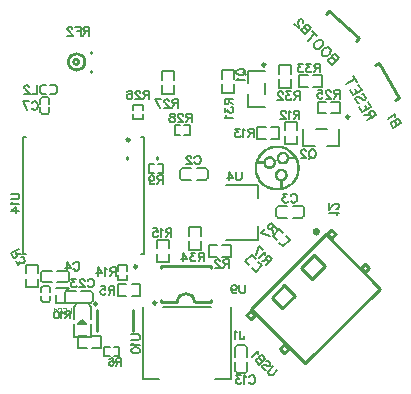
<source format=gbo>
G04 Layer: BottomSilkscreenLayer*
G04 EasyEDA v6.5.22, 2023-01-25 14:37:09*
G04 a2e63df7a23446a2ae1eb019cd18a306,9a4ed40c0dd746429eaf55b84663d2fb,10*
G04 Gerber Generator version 0.2*
G04 Scale: 100 percent, Rotated: No, Reflected: No *
G04 Dimensions in inches *
G04 leading zeros omitted , absolute positions ,3 integer and 6 decimal *
%FSLAX36Y36*%
%MOIN*%

%ADD10C,0.0060*%
%ADD11C,0.0050*%
%ADD12C,0.0039*%
%ADD13C,0.0100*%
%ADD14C,0.0079*%
%ADD15C,0.0059*%
%ADD16C,0.0098*%
%ADD17C,0.0189*%

%LPD*%
G36*
X340500Y343200D02*
G01*
X335400Y343060D01*
X330319Y342660D01*
X325420Y341980D01*
X320760Y341060D01*
X316460Y339880D01*
X314200Y339120D01*
X309760Y337340D01*
X305460Y335280D01*
X301280Y332920D01*
X297260Y330300D01*
X293420Y327420D01*
X289760Y324300D01*
X286280Y320959D01*
X283020Y317400D01*
X279980Y313660D01*
X277180Y309740D01*
X274620Y305640D01*
X272340Y301420D01*
X270340Y297040D01*
X268620Y292560D01*
X267220Y287980D01*
X266773Y286180D01*
X302100Y286180D01*
X302200Y288000D01*
X302540Y289820D01*
X303160Y291560D01*
X304000Y293220D01*
X305060Y294760D01*
X306360Y296140D01*
X307880Y297320D01*
X309580Y298280D01*
X311500Y298980D01*
X313460Y299360D01*
X315420Y299460D01*
X317360Y299260D01*
X319240Y298760D01*
X321060Y297980D01*
X322760Y296920D01*
X324300Y295580D01*
X325640Y294060D01*
X326659Y292420D01*
X327420Y290720D01*
X327879Y289000D01*
X328080Y287240D01*
X328020Y285500D01*
X327720Y283800D01*
X327180Y282160D01*
X326420Y280600D01*
X325439Y279140D01*
X324240Y277840D01*
X322860Y276680D01*
X321300Y275720D01*
X319540Y274960D01*
X317640Y274440D01*
X315580Y274180D01*
X312300Y274340D01*
X309480Y275200D01*
X306920Y276860D01*
X304500Y279380D01*
X303460Y280940D01*
X302720Y282600D01*
X302280Y284360D01*
X302100Y286180D01*
X266773Y286180D01*
X266200Y283440D01*
X265820Y280920D01*
X265320Y275240D01*
X265108Y267820D01*
X273700Y267820D01*
X273800Y275720D01*
X273960Y278540D01*
X274140Y280060D01*
X274660Y281860D01*
X294140Y281860D01*
X294560Y279960D01*
X295520Y277440D01*
X297280Y274680D01*
X299540Y272020D01*
X302060Y269800D01*
X304340Y268300D01*
X306680Y267120D01*
X309060Y266240D01*
X311480Y265660D01*
X313900Y265360D01*
X316340Y265380D01*
X318740Y265700D01*
X321140Y266320D01*
X323480Y267220D01*
X325760Y268420D01*
X327980Y269920D01*
X330100Y271720D01*
X331680Y273300D01*
X333000Y274920D01*
X334080Y276580D01*
X334940Y278340D01*
X335580Y280200D01*
X336040Y282200D01*
X336300Y284380D01*
X336380Y286760D01*
X336320Y289020D01*
X336100Y291060D01*
X335700Y292920D01*
X335120Y294660D01*
X334340Y296340D01*
X333320Y297980D01*
X332080Y299640D01*
X330540Y301360D01*
X328740Y303060D01*
X326780Y304520D01*
X324700Y305700D01*
X322500Y306640D01*
X320220Y307320D01*
X317900Y307740D01*
X315540Y307920D01*
X313180Y307840D01*
X310840Y307520D01*
X308560Y306980D01*
X306340Y306180D01*
X304200Y305140D01*
X302200Y303860D01*
X300360Y302340D01*
X298680Y300600D01*
X297200Y298640D01*
X295500Y295720D01*
X294880Y294420D01*
X294540Y293460D01*
X294100Y291660D01*
X282400Y291680D01*
X277900Y291860D01*
X277240Y292000D01*
X277940Y293640D01*
X279620Y297060D01*
X281980Y301360D01*
X284620Y305480D01*
X287520Y309380D01*
X290680Y313080D01*
X294060Y316520D01*
X295820Y318160D01*
X299520Y321220D01*
X303400Y324020D01*
X307460Y326540D01*
X311640Y328740D01*
X315980Y330640D01*
X318180Y331460D01*
X322680Y332840D01*
X324540Y333260D01*
X326719Y333640D01*
X331780Y334200D01*
X337340Y334500D01*
X342980Y334560D01*
X348160Y334320D01*
X350439Y334099D01*
X352420Y333800D01*
X355000Y333280D01*
X357540Y332660D01*
X362480Y331140D01*
X364900Y330240D01*
X367260Y329240D01*
X371840Y326960D01*
X376240Y324320D01*
X380460Y321300D01*
X384480Y317900D01*
X386420Y316080D01*
X390940Y311380D01*
X392819Y309300D01*
X393940Y307860D01*
X394260Y306900D01*
X393800Y306360D01*
X392540Y306100D01*
X390480Y306020D01*
X380200Y306020D01*
X379380Y308680D01*
X378600Y310740D01*
X377640Y312660D01*
X376500Y314440D01*
X375180Y316040D01*
X373740Y317500D01*
X372140Y318800D01*
X370439Y319940D01*
X368640Y320900D01*
X366740Y321700D01*
X364799Y322299D01*
X362780Y322720D01*
X360740Y322960D01*
X358680Y323020D01*
X356599Y322879D01*
X354540Y322520D01*
X352500Y321980D01*
X350500Y321220D01*
X348579Y320260D01*
X346719Y319080D01*
X344940Y317680D01*
X343340Y316100D01*
X341940Y314400D01*
X340760Y312600D01*
X339760Y310680D01*
X339000Y308700D01*
X338420Y306660D01*
X338060Y304580D01*
X337900Y302460D01*
X337919Y301780D01*
X346860Y301780D01*
X347140Y305320D01*
X348060Y308140D01*
X349720Y310480D01*
X352260Y312580D01*
X354980Y313820D01*
X358200Y314380D01*
X361520Y314220D01*
X364520Y313320D01*
X366780Y311980D01*
X368660Y310300D01*
X370140Y308340D01*
X371200Y306180D01*
X371820Y303860D01*
X371980Y301440D01*
X371640Y298980D01*
X370800Y296540D01*
X369620Y294440D01*
X368120Y292700D01*
X366380Y291300D01*
X364440Y290240D01*
X362380Y289540D01*
X360220Y289200D01*
X358020Y289200D01*
X355840Y289600D01*
X353740Y290340D01*
X351780Y291460D01*
X349980Y292960D01*
X348420Y294840D01*
X347640Y296180D01*
X347160Y297580D01*
X346940Y299340D01*
X346860Y301780D01*
X337919Y301780D01*
X337960Y300340D01*
X338220Y298220D01*
X338700Y296140D01*
X339380Y294100D01*
X340260Y292120D01*
X341380Y290220D01*
X342680Y288420D01*
X344219Y286720D01*
X345959Y285120D01*
X347720Y283780D01*
X349560Y282700D01*
X351460Y281840D01*
X353480Y281220D01*
X355600Y280840D01*
X357860Y280680D01*
X360280Y280720D01*
X363440Y281080D01*
X366360Y281800D01*
X369060Y282880D01*
X371500Y284300D01*
X373680Y286060D01*
X375620Y288180D01*
X377299Y290620D01*
X378720Y293400D01*
X380220Y296860D01*
X400660Y296880D01*
X402800Y291460D01*
X404060Y287600D01*
X405020Y283740D01*
X405680Y279720D01*
X406100Y275360D01*
X406280Y270500D01*
X406260Y264740D01*
X406100Y260000D01*
X405740Y256400D01*
X405060Y253020D01*
X403880Y248760D01*
X403100Y246400D01*
X401260Y241759D01*
X399060Y237280D01*
X396520Y232940D01*
X393680Y228800D01*
X392160Y226800D01*
X388900Y223000D01*
X385400Y219460D01*
X381680Y216200D01*
X377780Y213280D01*
X373680Y210680D01*
X369440Y208480D01*
X365300Y206720D01*
X361840Y205440D01*
X358960Y204660D01*
X358960Y223560D01*
X361880Y224680D01*
X363420Y225380D01*
X365000Y226360D01*
X366620Y227560D01*
X368220Y228920D01*
X369720Y230400D01*
X371079Y231960D01*
X372260Y233540D01*
X373200Y235100D01*
X374140Y237060D01*
X374660Y238920D01*
X374920Y241260D01*
X374980Y244640D01*
X374920Y247220D01*
X374700Y249480D01*
X374320Y251480D01*
X373760Y253299D01*
X372960Y255000D01*
X371900Y256620D01*
X370600Y258240D01*
X368980Y259940D01*
X367280Y261500D01*
X365660Y262780D01*
X364060Y263820D01*
X362400Y264600D01*
X360620Y265180D01*
X358680Y265560D01*
X356520Y265780D01*
X354060Y265840D01*
X350959Y265800D01*
X348700Y265580D01*
X346880Y265100D01*
X345060Y264340D01*
X343440Y263420D01*
X341840Y262320D01*
X340280Y261060D01*
X338800Y259660D01*
X337420Y258140D01*
X336200Y256560D01*
X335140Y254920D01*
X334260Y253280D01*
X333500Y251340D01*
X332960Y249240D01*
X332600Y247079D01*
X332460Y244860D01*
X332484Y243939D01*
X341120Y243939D01*
X341200Y246060D01*
X341640Y248140D01*
X342420Y250159D01*
X343540Y252060D01*
X345020Y253820D01*
X346820Y255360D01*
X348960Y256640D01*
X350720Y257300D01*
X352660Y257620D01*
X354660Y257620D01*
X356700Y257300D01*
X358680Y256680D01*
X360560Y255799D01*
X362239Y254640D01*
X363680Y253240D01*
X364840Y251600D01*
X365720Y249860D01*
X366320Y248020D01*
X366659Y246140D01*
X366719Y244240D01*
X366520Y242360D01*
X366060Y240539D01*
X365360Y238800D01*
X364400Y237200D01*
X363220Y235760D01*
X361800Y234500D01*
X360160Y233480D01*
X358560Y232840D01*
X356780Y232420D01*
X354900Y232220D01*
X352980Y232240D01*
X351100Y232460D01*
X349300Y232920D01*
X347680Y233560D01*
X346300Y234400D01*
X344500Y236020D01*
X343100Y237840D01*
X342080Y239780D01*
X341420Y241820D01*
X341120Y243939D01*
X332484Y243939D01*
X332520Y242640D01*
X332800Y240500D01*
X333260Y238480D01*
X333960Y236640D01*
X334860Y234899D01*
X336040Y233140D01*
X337420Y231420D01*
X338960Y229760D01*
X340600Y228240D01*
X342299Y226900D01*
X343980Y225780D01*
X345620Y224960D01*
X349159Y223500D01*
X349159Y202280D01*
X343280Y201620D01*
X340980Y201520D01*
X336100Y201700D01*
X330920Y202320D01*
X325560Y203380D01*
X320140Y204840D01*
X317440Y205720D01*
X314760Y206700D01*
X310160Y208700D01*
X305720Y211100D01*
X303560Y212440D01*
X299420Y215380D01*
X295480Y218660D01*
X293600Y220400D01*
X290060Y224100D01*
X286780Y228060D01*
X283820Y232260D01*
X281180Y236660D01*
X278900Y241260D01*
X277900Y243600D01*
X276180Y248400D01*
X274980Y252840D01*
X274280Y256320D01*
X273900Y259960D01*
X273700Y267820D01*
X265108Y267820D01*
X265200Y262920D01*
X265600Y257220D01*
X265920Y254700D01*
X266320Y252480D01*
X267480Y247760D01*
X268920Y243180D01*
X270620Y238740D01*
X272620Y234440D01*
X274880Y230300D01*
X277400Y226280D01*
X280200Y222440D01*
X283280Y218740D01*
X286600Y215200D01*
X290200Y211820D01*
X294000Y208680D01*
X298000Y205820D01*
X302160Y203240D01*
X306460Y200940D01*
X310900Y198939D01*
X315460Y197240D01*
X317780Y196480D01*
X322480Y195219D01*
X327260Y194259D01*
X332080Y193600D01*
X336960Y193260D01*
X341840Y193220D01*
X346740Y193500D01*
X351620Y194100D01*
X356460Y195020D01*
X361260Y196280D01*
X363640Y197020D01*
X369200Y199060D01*
X371780Y200159D01*
X374260Y201340D01*
X379000Y203939D01*
X383540Y206960D01*
X388000Y210479D01*
X392520Y214560D01*
X395720Y217800D01*
X398680Y221200D01*
X401420Y224740D01*
X403900Y228420D01*
X406140Y232240D01*
X408140Y236180D01*
X409880Y240219D01*
X411380Y244380D01*
X412640Y248640D01*
X413640Y252979D01*
X414380Y257399D01*
X414860Y261900D01*
X415080Y266480D01*
X415040Y271100D01*
X414739Y275780D01*
X414180Y280500D01*
X412840Y287640D01*
X411620Y292180D01*
X409980Y296620D01*
X407879Y301140D01*
X405319Y305680D01*
X402420Y310180D01*
X399200Y314540D01*
X395720Y318680D01*
X392040Y322540D01*
X390140Y324340D01*
X386260Y327640D01*
X384300Y329120D01*
X379820Y332040D01*
X375160Y334780D01*
X370800Y337020D01*
X366520Y338820D01*
X362160Y340260D01*
X357520Y341440D01*
X352780Y342320D01*
X348020Y342900D01*
X343040Y343160D01*
G37*
D10*
X547173Y634773D02*
G01*
X523549Y611149D01*
X547173Y634773D02*
G01*
X537048Y644897D01*
X532548Y647148D01*
X530299Y647148D01*
X526925Y646023D01*
X524674Y643773D01*
X523549Y640398D01*
X523549Y638148D01*
X525799Y633649D01*
X535923Y623523D02*
G01*
X525799Y633649D01*
X521300Y635898D01*
X519049Y635898D01*
X515675Y634773D01*
X512300Y631399D01*
X511175Y628024D01*
X511175Y625774D01*
X513424Y621273D01*
X523549Y611149D01*
X517249Y664697D02*
G01*
X518374Y661322D01*
X518374Y656822D01*
X517249Y653447D01*
X515000Y648948D01*
X509376Y643323D01*
X504875Y641073D01*
X501500Y639947D01*
X497001Y639947D01*
X493625Y641073D01*
X489126Y645572D01*
X488001Y648948D01*
X488001Y653447D01*
X489126Y656822D01*
X491377Y661322D01*
X497001Y666947D01*
X501500Y669196D01*
X504875Y670322D01*
X509376Y670322D01*
X512749Y669196D01*
X517249Y664697D01*
X491827Y690120D02*
G01*
X492951Y686745D01*
X492951Y682246D01*
X491827Y678870D01*
X489576Y674371D01*
X483951Y668746D01*
X479452Y666496D01*
X476076Y665371D01*
X471577Y665371D01*
X468203Y666496D01*
X463702Y670996D01*
X462578Y674371D01*
X462578Y678870D01*
X463702Y682246D01*
X465952Y686745D01*
X471577Y692370D01*
X476076Y694621D01*
X479452Y695745D01*
X483951Y695745D01*
X487326Y694621D01*
X491827Y690120D01*
X465277Y716669D02*
G01*
X441653Y693045D01*
X473153Y708795D02*
G01*
X457402Y724544D01*
X669585Y443359D02*
G01*
X640653Y426655D01*
X669585Y443359D02*
G01*
X662426Y455758D01*
X658662Y459097D01*
X656490Y459679D01*
X652938Y459465D01*
X650182Y457874D01*
X648222Y454906D01*
X647641Y452732D01*
X648649Y447804D01*
X655808Y435405D01*
X650240Y445048D02*
G01*
X629516Y445942D01*
X653199Y471741D02*
G01*
X624266Y455036D01*
X653199Y471741D02*
G01*
X642858Y489652D01*
X639421Y463786D02*
G01*
X633059Y474809D01*
X624266Y455036D02*
G01*
X613926Y472948D01*
X622339Y515648D02*
G01*
X626685Y514483D01*
X630450Y511145D01*
X633631Y505634D01*
X634639Y500704D01*
X633476Y496358D01*
X630720Y494767D01*
X627169Y494555D01*
X624996Y495136D01*
X622026Y497096D01*
X614498Y503773D01*
X611530Y505733D01*
X609357Y506314D01*
X605806Y506102D01*
X601673Y503715D01*
X600507Y499369D01*
X601517Y494441D01*
X604699Y488930D01*
X608463Y485592D01*
X612808Y484427D01*
X621223Y527127D02*
G01*
X592290Y510423D01*
X621223Y527127D02*
G01*
X610882Y545037D01*
X607444Y519173D02*
G01*
X601080Y530194D01*
X592290Y510423D02*
G01*
X581948Y528333D01*
X600064Y563775D02*
G01*
X571130Y547071D01*
X605631Y554131D02*
G01*
X594495Y573420D01*
D11*
X538954Y110599D02*
G01*
X540545Y113782D01*
X545317Y118555D01*
X511908Y118553D01*
X537363Y130646D02*
G01*
X538954Y130644D01*
X542137Y132235D01*
X543726Y133827D01*
X545317Y137008D01*
X545317Y143373D01*
X543726Y146554D01*
X542136Y148144D01*
X538954Y149735D01*
X535772Y149735D01*
X532591Y148144D01*
X527817Y144963D01*
X511908Y129054D01*
X511908Y151327D01*
X97169Y-14596D02*
G01*
X97169Y-43234D01*
X97169Y-14596D02*
G01*
X84897Y-14596D01*
X80806Y-15961D01*
X79443Y-17325D01*
X78078Y-20052D01*
X78078Y-22779D01*
X79443Y-25506D01*
X80806Y-26869D01*
X84897Y-28234D01*
X97169Y-28234D01*
X87624Y-28234D02*
G01*
X78078Y-43234D01*
X66351Y-14596D02*
G01*
X51351Y-14596D01*
X59534Y-25506D01*
X55442Y-25506D01*
X52714Y-26869D01*
X51351Y-28234D01*
X49988Y-32325D01*
X49988Y-35052D01*
X51351Y-39142D01*
X54079Y-41869D01*
X58170Y-43234D01*
X62260Y-43234D01*
X66351Y-41869D01*
X67714Y-40506D01*
X69079Y-37779D01*
X27352Y-14596D02*
G01*
X40987Y-33688D01*
X20533Y-33688D01*
X27352Y-14596D02*
G01*
X27352Y-43234D01*
X-350820Y-209302D02*
G01*
X-350820Y-233166D01*
X-350820Y-209302D02*
G01*
X-361046Y-209302D01*
X-364456Y-210439D01*
X-365592Y-211574D01*
X-366729Y-213847D01*
X-366729Y-216120D01*
X-365592Y-218393D01*
X-364456Y-219529D01*
X-361046Y-220666D01*
X-350820Y-220666D01*
X-358775Y-220666D02*
G01*
X-366729Y-233166D01*
X-374229Y-213847D02*
G01*
X-376502Y-212712D01*
X-379911Y-209302D01*
X-379911Y-233166D01*
X-394229Y-209302D02*
G01*
X-390820Y-210439D01*
X-388546Y-213847D01*
X-387411Y-219529D01*
X-387411Y-222939D01*
X-388546Y-228620D01*
X-390820Y-232029D01*
X-394229Y-233166D01*
X-396502Y-233166D01*
X-399911Y-232029D01*
X-402183Y-228620D01*
X-403320Y-222939D01*
X-403320Y-219529D01*
X-402183Y-213847D01*
X-399911Y-210439D01*
X-396502Y-209302D01*
X-394229Y-209302D01*
X548599Y528072D02*
G01*
X548599Y499436D01*
X548599Y528072D02*
G01*
X536327Y528072D01*
X532236Y526709D01*
X530873Y525344D01*
X529508Y522617D01*
X529508Y519890D01*
X530873Y517163D01*
X532236Y515799D01*
X536327Y514436D01*
X548599Y514436D01*
X539054Y514436D02*
G01*
X529508Y499436D01*
X519144Y521255D02*
G01*
X519144Y522617D01*
X517781Y525344D01*
X516418Y526709D01*
X513690Y528072D01*
X508235Y528072D01*
X505509Y526709D01*
X504144Y525344D01*
X502781Y522617D01*
X502781Y519890D01*
X504144Y517163D01*
X506872Y513072D01*
X520509Y499436D01*
X501418Y499436D01*
X476054Y528072D02*
G01*
X489691Y528072D01*
X491054Y515799D01*
X489691Y517163D01*
X485599Y518526D01*
X481508Y518526D01*
X477417Y517163D01*
X474691Y514436D01*
X473326Y510344D01*
X473326Y507617D01*
X474691Y503526D01*
X477417Y500799D01*
X481508Y499436D01*
X485599Y499436D01*
X489691Y500799D01*
X491054Y502163D01*
X492417Y504890D01*
X-86500Y525572D02*
G01*
X-86500Y496936D01*
X-86500Y525572D02*
G01*
X-98773Y525572D01*
X-102863Y524209D01*
X-104227Y522844D01*
X-105591Y520117D01*
X-105591Y517390D01*
X-104227Y514663D01*
X-102863Y513299D01*
X-98773Y511936D01*
X-86500Y511936D01*
X-96045Y511936D02*
G01*
X-105591Y496936D01*
X-115955Y518755D02*
G01*
X-115955Y520117D01*
X-117318Y522844D01*
X-118681Y524209D01*
X-121409Y525572D01*
X-126864Y525572D01*
X-129591Y524209D01*
X-130955Y522844D01*
X-132318Y520117D01*
X-132318Y517390D01*
X-130955Y514663D01*
X-128226Y510572D01*
X-114591Y496936D01*
X-133681Y496936D01*
X-159045Y521482D02*
G01*
X-157682Y524209D01*
X-153590Y525572D01*
X-150864Y525572D01*
X-146773Y524209D01*
X-144045Y520117D01*
X-142682Y513299D01*
X-142682Y506482D01*
X-144045Y501026D01*
X-146773Y498299D01*
X-150864Y496936D01*
X-152227Y496936D01*
X-156318Y498299D01*
X-159045Y501026D01*
X-160408Y505117D01*
X-160408Y506482D01*
X-159045Y510572D01*
X-156318Y513299D01*
X-152227Y514663D01*
X-150864Y514663D01*
X-146773Y513299D01*
X-144045Y510572D01*
X-142682Y506482D01*
X9600Y497773D02*
G01*
X9600Y469135D01*
X9600Y497773D02*
G01*
X-2673Y497773D01*
X-6764Y496408D01*
X-8127Y495045D01*
X-9490Y492318D01*
X-9490Y489591D01*
X-8127Y486864D01*
X-6764Y485500D01*
X-2673Y484135D01*
X9600Y484135D01*
X55Y484135D02*
G01*
X-9490Y469135D01*
X-19854Y490954D02*
G01*
X-19854Y492318D01*
X-21217Y495045D01*
X-22582Y496408D01*
X-25308Y497773D01*
X-30763Y497773D01*
X-33491Y496408D01*
X-34854Y495045D01*
X-36217Y492318D01*
X-36217Y489591D01*
X-34854Y486864D01*
X-32127Y482773D01*
X-18491Y469135D01*
X-37582Y469135D01*
X-65672Y497773D02*
G01*
X-52035Y469135D01*
X-46581Y497773D02*
G01*
X-65672Y497773D01*
X55500Y449773D02*
G01*
X55500Y421136D01*
X55500Y449773D02*
G01*
X43226Y449773D01*
X39135Y448409D01*
X37772Y447044D01*
X36409Y444317D01*
X36409Y441590D01*
X37772Y438863D01*
X39135Y437500D01*
X43226Y436136D01*
X55500Y436136D01*
X45954Y436136D02*
G01*
X36409Y421136D01*
X26044Y442955D02*
G01*
X26044Y444317D01*
X24682Y447044D01*
X23317Y448409D01*
X20590Y449773D01*
X15136Y449773D01*
X12408Y448409D01*
X11044Y447044D01*
X9682Y444317D01*
X9682Y441590D01*
X11044Y438863D01*
X13773Y434773D01*
X27408Y421136D01*
X8317Y421136D01*
X-7500Y449773D02*
G01*
X-3409Y448409D01*
X-2044Y445682D01*
X-2044Y442955D01*
X-3409Y440226D01*
X-6135Y438863D01*
X-11590Y437500D01*
X-15681Y436136D01*
X-18409Y433409D01*
X-19773Y430682D01*
X-19773Y426590D01*
X-18409Y423863D01*
X-17044Y422500D01*
X-12955Y421136D01*
X-7500Y421136D01*
X-3409Y422500D01*
X-2044Y423863D01*
X-681Y426590D01*
X-681Y430682D01*
X-2044Y433409D01*
X-4773Y436136D01*
X-8864Y437500D01*
X-14318Y438863D01*
X-17044Y440226D01*
X-18409Y442955D01*
X-18409Y445682D01*
X-17044Y448409D01*
X-12955Y449773D01*
X-7500Y449773D01*
X164526Y499400D02*
G01*
X193163Y499400D01*
X164526Y499400D02*
G01*
X164526Y487127D01*
X165891Y483036D01*
X167254Y481673D01*
X169981Y480309D01*
X172708Y480309D01*
X175435Y481673D01*
X176800Y483036D01*
X178163Y487127D01*
X178163Y499400D01*
X178163Y489854D02*
G01*
X193163Y480309D01*
X164526Y468582D02*
G01*
X164526Y453582D01*
X175435Y461763D01*
X175435Y457672D01*
X176800Y454944D01*
X178163Y453582D01*
X182254Y452217D01*
X184981Y452217D01*
X189072Y453582D01*
X191800Y456309D01*
X193163Y460399D01*
X193163Y464490D01*
X191800Y468582D01*
X190435Y469944D01*
X187708Y471309D01*
X169981Y443218D02*
G01*
X168617Y440491D01*
X164526Y436399D01*
X193163Y436399D01*
X415699Y523272D02*
G01*
X415699Y494636D01*
X415699Y523272D02*
G01*
X403427Y523272D01*
X399336Y521909D01*
X397973Y520545D01*
X396608Y517817D01*
X396608Y515090D01*
X397973Y512363D01*
X399336Y510999D01*
X403427Y509636D01*
X415699Y509636D01*
X406154Y509636D02*
G01*
X396608Y494636D01*
X384881Y523272D02*
G01*
X369881Y523272D01*
X378063Y512363D01*
X373972Y512363D01*
X371244Y510999D01*
X369881Y509636D01*
X368517Y505545D01*
X368517Y502817D01*
X369881Y498726D01*
X372609Y495999D01*
X376700Y494636D01*
X380790Y494636D01*
X384881Y495999D01*
X386244Y497363D01*
X387609Y500090D01*
X358154Y516455D02*
G01*
X358154Y517817D01*
X356791Y520545D01*
X355426Y521909D01*
X352699Y523272D01*
X347245Y523272D01*
X344517Y521909D01*
X343154Y520545D01*
X341791Y517817D01*
X341791Y515090D01*
X343154Y512363D01*
X345882Y508272D01*
X359517Y494636D01*
X340426Y494636D01*
X483499Y615273D02*
G01*
X483499Y586635D01*
X483499Y615273D02*
G01*
X471226Y615273D01*
X467136Y613908D01*
X465772Y612545D01*
X464408Y609818D01*
X464408Y607091D01*
X465772Y604364D01*
X467136Y603000D01*
X471226Y601635D01*
X483499Y601635D01*
X473954Y601635D02*
G01*
X464408Y586635D01*
X452681Y615273D02*
G01*
X437681Y615273D01*
X445864Y604364D01*
X441773Y604364D01*
X439044Y603000D01*
X437681Y601635D01*
X436318Y597545D01*
X436318Y594818D01*
X437681Y590727D01*
X440408Y588000D01*
X444499Y586635D01*
X448590Y586635D01*
X452681Y588000D01*
X454044Y589364D01*
X455408Y592091D01*
X424591Y615273D02*
G01*
X409591Y615273D01*
X417772Y604364D01*
X413681Y604364D01*
X410954Y603000D01*
X409591Y601635D01*
X408226Y597545D01*
X408226Y594818D01*
X409591Y590727D01*
X412317Y588000D01*
X416409Y586635D01*
X420500Y586635D01*
X424591Y588000D01*
X425954Y589364D01*
X427317Y592091D01*
X-40900Y243373D02*
G01*
X-40900Y214735D01*
X-40900Y243373D02*
G01*
X-53172Y243373D01*
X-57264Y242008D01*
X-58626Y240644D01*
X-59990Y237917D01*
X-59990Y235190D01*
X-58626Y232463D01*
X-57264Y231100D01*
X-53172Y229735D01*
X-40900Y229735D01*
X-50444Y229735D02*
G01*
X-59990Y214735D01*
X-86718Y233827D02*
G01*
X-85354Y229735D01*
X-82627Y227008D01*
X-78536Y225644D01*
X-77173Y225644D01*
X-73082Y227008D01*
X-70354Y229735D01*
X-68991Y233827D01*
X-68991Y235190D01*
X-70354Y239281D01*
X-73082Y242008D01*
X-77173Y243373D01*
X-78536Y243373D01*
X-82627Y242008D01*
X-85354Y239281D01*
X-86718Y233827D01*
X-86718Y227008D01*
X-85354Y220190D01*
X-82627Y216100D01*
X-78536Y214735D01*
X-75808Y214735D01*
X-71718Y216100D01*
X-70354Y218827D01*
X-546517Y-16736D02*
G01*
X-521716Y-2418D01*
X-546517Y-16736D02*
G01*
X-540380Y-27364D01*
X-537154Y-30226D01*
X-535290Y-30725D01*
X-532247Y-30542D01*
X-529885Y-29178D01*
X-528206Y-26633D01*
X-527705Y-24771D01*
X-528571Y-20547D01*
X-534706Y-9918D01*
X-529935Y-18184D02*
G01*
X-512170Y-18951D01*
X-531108Y-43425D02*
G01*
X-523608Y-56415D01*
X-518252Y-43876D01*
X-516206Y-47418D01*
X-513661Y-49099D01*
X-511797Y-49598D01*
X-507573Y-48733D01*
X-505212Y-47370D01*
X-502350Y-44142D01*
X-501352Y-40417D01*
X-502217Y-36192D01*
X-504261Y-32649D01*
X-507489Y-29789D01*
X-509351Y-29290D01*
X-512394Y-29472D01*
D10*
X-355100Y-180199D02*
G01*
X-398000Y-180199D01*
X-398000Y-180199D02*
G01*
X-398000Y-155700D01*
X-363299Y-142199D02*
G01*
X-361199Y-138099D01*
X-355100Y-131900D01*
X-398000Y-131900D01*
D11*
X-459499Y544472D02*
G01*
X-459499Y515835D01*
X-459499Y515835D02*
G01*
X-475864Y515835D01*
X-486226Y537654D02*
G01*
X-486226Y539018D01*
X-487591Y541745D01*
X-488955Y543108D01*
X-491682Y544472D01*
X-497136Y544472D01*
X-499863Y543108D01*
X-501226Y541745D01*
X-502591Y539018D01*
X-502591Y536291D01*
X-501226Y533564D01*
X-498500Y529472D01*
X-484863Y515835D01*
X-503955Y515835D01*
X-198800Y-63227D02*
G01*
X-198800Y-91864D01*
X-198800Y-63227D02*
G01*
X-211072Y-63227D01*
X-215164Y-64591D01*
X-216527Y-65954D01*
X-217890Y-68681D01*
X-217890Y-71408D01*
X-216527Y-74135D01*
X-215164Y-75500D01*
X-211072Y-76864D01*
X-198800Y-76864D01*
X-208344Y-76864D02*
G01*
X-217890Y-91864D01*
X-226891Y-68681D02*
G01*
X-229618Y-67318D01*
X-233708Y-63227D01*
X-233708Y-91864D01*
X-256345Y-63227D02*
G01*
X-242709Y-82318D01*
X-263163Y-82318D01*
X-256345Y-63227D02*
G01*
X-256345Y-91864D01*
X319093Y84405D02*
G01*
X339342Y64157D01*
X319093Y84405D02*
G01*
X310415Y75727D01*
X308486Y71871D01*
X308486Y69942D01*
X309452Y67049D01*
X311379Y65120D01*
X314273Y64157D01*
X316201Y64157D01*
X320057Y66086D01*
X328735Y74764D01*
X321986Y68013D02*
G01*
X325843Y50657D01*
X285730Y51042D02*
G01*
X315622Y40437D01*
X299230Y64542D02*
G01*
X285730Y51042D01*
X323905Y-36194D02*
G01*
X303657Y-56442D01*
X323905Y-36194D02*
G01*
X315227Y-27516D01*
X311370Y-25587D01*
X309443Y-25587D01*
X306549Y-26552D01*
X304620Y-28479D01*
X303657Y-31372D01*
X303657Y-33301D01*
X305586Y-37157D01*
X314264Y-45835D01*
X307514Y-39086D02*
G01*
X290158Y-42944D01*
X300186Y-20187D02*
G01*
X299221Y-17294D01*
X299221Y-11509D01*
X278972Y-31757D01*
X279358Y8353D02*
G01*
X268751Y-21538D01*
X292857Y-5145D02*
G01*
X279358Y8353D01*
X215963Y-274326D02*
G01*
X215963Y-296145D01*
X217326Y-300235D01*
X218690Y-301599D01*
X221418Y-302964D01*
X224144Y-302964D01*
X226872Y-301599D01*
X228235Y-300235D01*
X229600Y-296145D01*
X229600Y-293418D01*
X206963Y-279782D02*
G01*
X204236Y-278418D01*
X200145Y-274326D01*
X200145Y-302964D01*
X-203000Y-126127D02*
G01*
X-203000Y-154764D01*
X-203000Y-126127D02*
G01*
X-215272Y-126127D01*
X-219364Y-127490D01*
X-220726Y-128854D01*
X-222091Y-131581D01*
X-222091Y-134308D01*
X-220726Y-137035D01*
X-219364Y-138400D01*
X-215272Y-139764D01*
X-203000Y-139764D01*
X-212545Y-139764D02*
G01*
X-222091Y-154764D01*
X-247454Y-126127D02*
G01*
X-233818Y-126127D01*
X-232454Y-138400D01*
X-233818Y-137035D01*
X-237908Y-135673D01*
X-241999Y-135673D01*
X-246090Y-137035D01*
X-248818Y-139764D01*
X-250182Y-143854D01*
X-250182Y-146581D01*
X-248818Y-150673D01*
X-246090Y-153400D01*
X-241999Y-154764D01*
X-237908Y-154764D01*
X-233818Y-153400D01*
X-232454Y-152035D01*
X-231090Y-149308D01*
X233559Y-121186D02*
G01*
X233559Y-141642D01*
X232195Y-145733D01*
X229468Y-148460D01*
X225378Y-149823D01*
X222650Y-149823D01*
X218559Y-148460D01*
X215833Y-145733D01*
X214468Y-141642D01*
X214468Y-121186D01*
X187741Y-130733D02*
G01*
X189104Y-134823D01*
X191832Y-137550D01*
X195923Y-138915D01*
X197286Y-138915D01*
X201377Y-137550D01*
X204104Y-134823D01*
X205469Y-130733D01*
X205469Y-129369D01*
X204104Y-125277D01*
X201377Y-122550D01*
X197286Y-121186D01*
X195923Y-121186D01*
X191832Y-122550D01*
X189104Y-125277D01*
X187741Y-130733D01*
X187741Y-137550D01*
X189104Y-144369D01*
X191832Y-148460D01*
X195923Y-149823D01*
X198650Y-149823D01*
X202741Y-148460D01*
X204104Y-145733D01*
X340515Y-406723D02*
G01*
X326053Y-421186D01*
X322195Y-423116D01*
X318338Y-423116D01*
X314481Y-421186D01*
X312552Y-419259D01*
X310625Y-415401D01*
X310625Y-411545D01*
X312552Y-407687D01*
X327016Y-393225D01*
X304260Y-376253D02*
G01*
X308117Y-376253D01*
X311975Y-378182D01*
X315832Y-382038D01*
X317759Y-385896D01*
X317759Y-389753D01*
X315832Y-391682D01*
X312938Y-392645D01*
X311009Y-392645D01*
X308117Y-391682D01*
X300403Y-387824D01*
X297510Y-386860D01*
X295582Y-386860D01*
X292690Y-387824D01*
X289796Y-390718D01*
X289796Y-394574D01*
X291725Y-398432D01*
X295582Y-402287D01*
X299439Y-404216D01*
X303297Y-404216D01*
X300789Y-366997D02*
G01*
X280541Y-387246D01*
X300789Y-366997D02*
G01*
X292110Y-358319D01*
X288253Y-356390D01*
X286325Y-356390D01*
X283432Y-357355D01*
X281504Y-359284D01*
X280541Y-362175D01*
X280541Y-364104D01*
X282469Y-367962D01*
X291147Y-376640D02*
G01*
X282469Y-367962D01*
X278612Y-366033D01*
X276683Y-366033D01*
X273791Y-366997D01*
X270897Y-369890D01*
X269934Y-372782D01*
X269934Y-374711D01*
X271862Y-378568D01*
X280541Y-387246D01*
X277069Y-350990D02*
G01*
X276104Y-348097D01*
X276104Y-342312D01*
X255856Y-362561D01*
X179600Y-36626D02*
G01*
X179600Y-65264D01*
X179600Y-36626D02*
G01*
X167326Y-36626D01*
X163235Y-37991D01*
X161872Y-39355D01*
X160509Y-42082D01*
X160509Y-44809D01*
X161872Y-47536D01*
X163235Y-48899D01*
X167326Y-50264D01*
X179600Y-50264D01*
X170055Y-50264D02*
G01*
X160509Y-65264D01*
X150145Y-43445D02*
G01*
X150145Y-42082D01*
X148782Y-39355D01*
X147417Y-37991D01*
X144691Y-36626D01*
X139236Y-36626D01*
X136508Y-37991D01*
X135145Y-39355D01*
X133782Y-42082D01*
X133782Y-44809D01*
X135145Y-47536D01*
X137872Y-51626D01*
X151508Y-65264D01*
X132417Y-65264D01*
X459957Y330432D02*
G01*
X462685Y329068D01*
X465412Y326341D01*
X466775Y323614D01*
X468140Y319524D01*
X468140Y312705D01*
X466775Y308614D01*
X465412Y305886D01*
X462685Y303159D01*
X459957Y301795D01*
X454503Y301795D01*
X451775Y303159D01*
X449048Y305886D01*
X447685Y308614D01*
X446322Y312705D01*
X446322Y319524D01*
X447685Y323614D01*
X449048Y326341D01*
X451775Y329068D01*
X454503Y330432D01*
X459957Y330432D01*
X455866Y307251D02*
G01*
X447685Y299068D01*
X435958Y323614D02*
G01*
X435958Y324978D01*
X434594Y327705D01*
X433230Y329068D01*
X430504Y330432D01*
X425048Y330432D01*
X422321Y329068D01*
X420958Y327705D01*
X419594Y324978D01*
X419594Y322251D01*
X420958Y319524D01*
X423684Y315432D01*
X437321Y301795D01*
X418230Y301795D01*
X414099Y459573D02*
G01*
X414099Y430936D01*
X414099Y459573D02*
G01*
X401827Y459573D01*
X397735Y458209D01*
X396373Y456844D01*
X395009Y454117D01*
X395009Y451390D01*
X396373Y448663D01*
X397735Y447300D01*
X401827Y445936D01*
X414099Y445936D01*
X404555Y445936D02*
G01*
X395009Y430936D01*
X386008Y454117D02*
G01*
X383281Y455482D01*
X379191Y459573D01*
X379191Y430936D01*
X368827Y452755D02*
G01*
X368827Y454117D01*
X367463Y456844D01*
X366099Y458209D01*
X363373Y459573D01*
X357917Y459573D01*
X355190Y458209D01*
X353827Y456844D01*
X352463Y454117D01*
X352463Y451390D01*
X353827Y448663D01*
X356554Y444573D01*
X370190Y430936D01*
X351099Y430936D01*
X262500Y399472D02*
G01*
X262500Y370835D01*
X262500Y399472D02*
G01*
X250226Y399472D01*
X246135Y398108D01*
X244772Y396745D01*
X243409Y394018D01*
X243409Y391291D01*
X244772Y388564D01*
X246135Y387199D01*
X250226Y385835D01*
X262500Y385835D01*
X252955Y385835D02*
G01*
X243409Y370835D01*
X234408Y394018D02*
G01*
X231682Y395381D01*
X227591Y399472D01*
X227591Y370835D01*
X215864Y399472D02*
G01*
X200864Y399472D01*
X209044Y388564D01*
X204954Y388564D01*
X202227Y387199D01*
X200864Y385835D01*
X199499Y381745D01*
X199499Y379018D01*
X200864Y374926D01*
X203590Y372199D01*
X207681Y370835D01*
X211773Y370835D01*
X215864Y372199D01*
X217227Y373564D01*
X218590Y376291D01*
X-181900Y-366673D02*
G01*
X-181900Y-390536D01*
X-181900Y-366673D02*
G01*
X-192127Y-366673D01*
X-195536Y-367809D01*
X-196673Y-368944D01*
X-197808Y-371217D01*
X-197808Y-373490D01*
X-196673Y-375763D01*
X-195536Y-376900D01*
X-192127Y-378036D01*
X-181900Y-378036D01*
X-189854Y-378036D02*
G01*
X-197808Y-390536D01*
X-218945Y-370082D02*
G01*
X-217808Y-367809D01*
X-214400Y-366673D01*
X-212127Y-366673D01*
X-208717Y-367809D01*
X-206445Y-371217D01*
X-205308Y-376900D01*
X-205308Y-382582D01*
X-206445Y-387127D01*
X-208717Y-389400D01*
X-212127Y-390536D01*
X-213263Y-390536D01*
X-216673Y-389400D01*
X-218945Y-387127D01*
X-220082Y-383717D01*
X-220082Y-382582D01*
X-218945Y-379173D01*
X-216673Y-376900D01*
X-213263Y-375763D01*
X-212127Y-375763D01*
X-208717Y-376900D01*
X-206445Y-379173D01*
X-205308Y-382582D01*
X64345Y301954D02*
G01*
X65708Y304681D01*
X68436Y307408D01*
X71163Y308773D01*
X76617Y308773D01*
X79345Y307408D01*
X82073Y304681D01*
X83436Y301954D01*
X84799Y297863D01*
X84799Y291044D01*
X83436Y286954D01*
X82073Y284227D01*
X79345Y281500D01*
X76617Y280135D01*
X71163Y280135D01*
X68436Y281500D01*
X65708Y284227D01*
X64345Y286954D01*
X53981Y301954D02*
G01*
X53981Y303317D01*
X52618Y306044D01*
X51255Y307408D01*
X48526Y308773D01*
X43072Y308773D01*
X40344Y307408D01*
X38981Y306044D01*
X37618Y303317D01*
X37618Y300590D01*
X38981Y297863D01*
X41709Y293773D01*
X55344Y280135D01*
X36255Y280135D01*
X385474Y174544D02*
G01*
X386838Y177271D01*
X389565Y179998D01*
X392294Y181363D01*
X397748Y181363D01*
X400474Y179998D01*
X403203Y177271D01*
X404565Y174544D01*
X405929Y170453D01*
X405929Y163634D01*
X404565Y159544D01*
X403203Y156817D01*
X400474Y154090D01*
X397748Y152725D01*
X392294Y152725D01*
X389565Y154090D01*
X386838Y156817D01*
X385474Y159544D01*
X373747Y181363D02*
G01*
X358747Y181363D01*
X366930Y170453D01*
X362838Y170453D01*
X360111Y169090D01*
X358747Y167725D01*
X357384Y163634D01*
X357384Y160907D01*
X358747Y156817D01*
X361475Y154090D01*
X365565Y152725D01*
X369656Y152725D01*
X373747Y154090D01*
X375111Y155453D01*
X376475Y158180D01*
X246445Y-429544D02*
G01*
X247808Y-426817D01*
X250536Y-424090D01*
X253263Y-422726D01*
X258717Y-422726D01*
X261445Y-424090D01*
X264173Y-426817D01*
X265536Y-429544D01*
X266899Y-433636D01*
X266899Y-440455D01*
X265536Y-444544D01*
X264173Y-447273D01*
X261445Y-450000D01*
X258717Y-451363D01*
X253263Y-451363D01*
X250536Y-450000D01*
X247808Y-447273D01*
X246445Y-444544D01*
X237444Y-428182D02*
G01*
X234718Y-426817D01*
X230626Y-422726D01*
X230626Y-451363D01*
X218900Y-422726D02*
G01*
X203900Y-422726D01*
X212082Y-433636D01*
X207991Y-433636D01*
X205263Y-435000D01*
X203900Y-436363D01*
X202536Y-440455D01*
X202536Y-443182D01*
X203900Y-447273D01*
X206626Y-450000D01*
X210717Y-451363D01*
X214808Y-451363D01*
X218900Y-450000D01*
X220263Y-448636D01*
X221626Y-445909D01*
D12*
X-346096Y-197939D02*
G01*
X-346096Y-216729D01*
X-346096Y-216729D02*
G01*
X-356833Y-216729D01*
X-362740Y-197939D02*
G01*
X-362740Y-216729D01*
X-362740Y-197939D02*
G01*
X-374372Y-197939D01*
X-362740Y-206887D02*
G01*
X-369898Y-206887D01*
X-362740Y-216729D02*
G01*
X-374372Y-216729D01*
X-380277Y-197939D02*
G01*
X-380277Y-216729D01*
X-380277Y-197939D02*
G01*
X-386540Y-197939D01*
X-389224Y-198834D01*
X-391014Y-200623D01*
X-391909Y-202413D01*
X-392804Y-205097D01*
X-392804Y-209571D01*
X-391909Y-212255D01*
X-391014Y-214045D01*
X-389224Y-215833D01*
X-386540Y-216729D01*
X-380277Y-216729D01*
X-398710Y-201518D02*
G01*
X-400498Y-200623D01*
X-403184Y-197939D01*
X-403184Y-216729D01*
D11*
X-286999Y738472D02*
G01*
X-286999Y709836D01*
X-286999Y738472D02*
G01*
X-299273Y738472D01*
X-303364Y737109D01*
X-304727Y735745D01*
X-306090Y733018D01*
X-306090Y730291D01*
X-304727Y727563D01*
X-303364Y726199D01*
X-299273Y724836D01*
X-286999Y724836D01*
X-296545Y724836D02*
G01*
X-306090Y709836D01*
X-315091Y738472D02*
G01*
X-315091Y709836D01*
X-315091Y738472D02*
G01*
X-332817Y738472D01*
X-315091Y724836D02*
G01*
X-326000Y724836D01*
X-343181Y731655D02*
G01*
X-343181Y733018D01*
X-344544Y735745D01*
X-345909Y737109D01*
X-348635Y738472D01*
X-354090Y738472D01*
X-356818Y737109D01*
X-358181Y735745D01*
X-359544Y733018D01*
X-359544Y730291D01*
X-358181Y727563D01*
X-355455Y723472D01*
X-341818Y709836D01*
X-360909Y709836D01*
X-145672Y-285700D02*
G01*
X-125218Y-285700D01*
X-121126Y-287064D01*
X-118400Y-289791D01*
X-117035Y-293881D01*
X-117035Y-296608D01*
X-118400Y-300700D01*
X-121126Y-303427D01*
X-125218Y-304791D01*
X-145672Y-304791D01*
X-140218Y-313791D02*
G01*
X-141581Y-316518D01*
X-145672Y-320608D01*
X-117035Y-320608D01*
X-145672Y-337791D02*
G01*
X-144309Y-333699D01*
X-140218Y-330972D01*
X-133400Y-329609D01*
X-129309Y-329609D01*
X-122490Y-330972D01*
X-118400Y-333699D01*
X-117035Y-337791D01*
X-117035Y-340518D01*
X-118400Y-344609D01*
X-122490Y-347336D01*
X-129309Y-348699D01*
X-133400Y-348699D01*
X-140218Y-347336D01*
X-144309Y-344609D01*
X-145672Y-340518D01*
X-145672Y-337791D01*
X-12200Y66772D02*
G01*
X-12200Y38135D01*
X-12200Y66772D02*
G01*
X-24472Y66772D01*
X-28563Y65408D01*
X-29926Y64045D01*
X-31291Y61318D01*
X-31291Y58591D01*
X-29926Y55864D01*
X-28563Y54499D01*
X-24472Y53135D01*
X-12200Y53135D01*
X-21745Y53135D02*
G01*
X-31291Y38135D01*
X-40290Y61318D02*
G01*
X-43018Y62681D01*
X-47109Y66772D01*
X-47109Y38135D01*
X-72472Y66772D02*
G01*
X-58836Y66772D01*
X-57472Y54499D01*
X-58836Y55864D01*
X-62926Y57226D01*
X-67017Y57226D01*
X-71108Y55864D01*
X-73836Y53135D01*
X-75200Y49045D01*
X-75200Y46318D01*
X-73836Y42226D01*
X-71108Y39499D01*
X-67017Y38135D01*
X-62926Y38135D01*
X-58836Y39499D01*
X-57472Y40864D01*
X-56108Y43591D01*
X204396Y591028D02*
G01*
X205761Y593755D01*
X208487Y596482D01*
X211215Y597845D01*
X215306Y599209D01*
X222124Y599209D01*
X226215Y597845D01*
X228942Y596482D01*
X231669Y593755D01*
X233033Y591028D01*
X233033Y585574D01*
X231669Y582845D01*
X228942Y580118D01*
X226215Y578755D01*
X222124Y577391D01*
X215306Y577391D01*
X211215Y578755D01*
X208487Y580118D01*
X205761Y582845D01*
X204396Y585574D01*
X204396Y591028D01*
X227578Y586936D02*
G01*
X235761Y578755D01*
X209852Y568391D02*
G01*
X208487Y565664D01*
X204396Y561574D01*
X233033Y561574D01*
X-478254Y483854D02*
G01*
X-476891Y486581D01*
X-474164Y489308D01*
X-471436Y490673D01*
X-465982Y490673D01*
X-463254Y489308D01*
X-460527Y486581D01*
X-459164Y483854D01*
X-457799Y479764D01*
X-457799Y472944D01*
X-459164Y468854D01*
X-460527Y466127D01*
X-463254Y463400D01*
X-465982Y462035D01*
X-471436Y462035D01*
X-474164Y463400D01*
X-476891Y466127D01*
X-478254Y468854D01*
X-506345Y490673D02*
G01*
X-492709Y462035D01*
X-487255Y490673D02*
G01*
X-506345Y490673D01*
X-339355Y-51844D02*
G01*
X-337991Y-49117D01*
X-335263Y-46390D01*
X-332536Y-45027D01*
X-327082Y-45027D01*
X-324355Y-46390D01*
X-321626Y-49117D01*
X-320263Y-51844D01*
X-318900Y-55936D01*
X-318900Y-62755D01*
X-320263Y-66844D01*
X-321626Y-69573D01*
X-324355Y-72300D01*
X-327082Y-73663D01*
X-332536Y-73663D01*
X-335263Y-72300D01*
X-337991Y-69573D01*
X-339355Y-66844D01*
X-361990Y-45027D02*
G01*
X-348355Y-64117D01*
X-368809Y-64117D01*
X-361990Y-45027D02*
G01*
X-361990Y-73663D01*
X-548672Y182399D02*
G01*
X-528217Y182399D01*
X-524126Y181035D01*
X-521400Y178308D01*
X-520036Y174218D01*
X-520036Y171491D01*
X-521400Y167399D01*
X-524126Y164672D01*
X-528217Y163308D01*
X-548672Y163308D01*
X-543217Y154308D02*
G01*
X-544582Y151581D01*
X-548672Y147491D01*
X-520036Y147491D01*
X-548672Y124854D02*
G01*
X-529582Y138490D01*
X-529582Y118036D01*
X-548672Y124854D02*
G01*
X-520036Y124854D01*
X221800Y255273D02*
G01*
X221800Y234818D01*
X220435Y230727D01*
X217708Y228000D01*
X213617Y226635D01*
X210891Y226635D01*
X206800Y228000D01*
X204072Y230727D01*
X202708Y234818D01*
X202708Y255273D01*
X180073Y255273D02*
G01*
X193708Y236181D01*
X173254Y236181D01*
X180073Y255273D02*
G01*
X180073Y226635D01*
X-290754Y-107645D02*
G01*
X-289391Y-104918D01*
X-286664Y-102190D01*
X-283936Y-100826D01*
X-278482Y-100826D01*
X-275754Y-102190D01*
X-273027Y-104918D01*
X-271664Y-107645D01*
X-270299Y-111736D01*
X-270299Y-118555D01*
X-271664Y-122645D01*
X-273027Y-125372D01*
X-275754Y-128099D01*
X-278482Y-129463D01*
X-283936Y-129463D01*
X-286664Y-128099D01*
X-289391Y-125372D01*
X-290754Y-122645D01*
X-301117Y-107645D02*
G01*
X-301117Y-106282D01*
X-302482Y-103555D01*
X-303845Y-102190D01*
X-306572Y-100826D01*
X-312026Y-100826D01*
X-314755Y-102190D01*
X-316117Y-103555D01*
X-317482Y-106282D01*
X-317482Y-109009D01*
X-316117Y-111736D01*
X-313391Y-115826D01*
X-299755Y-129463D01*
X-318845Y-129463D01*
X-330573Y-100826D02*
G01*
X-345573Y-100826D01*
X-337390Y-111736D01*
X-341482Y-111736D01*
X-344209Y-113099D01*
X-345573Y-114463D01*
X-346936Y-118555D01*
X-346936Y-121282D01*
X-345573Y-125372D01*
X-342844Y-128099D01*
X-338755Y-129463D01*
X-334664Y-129463D01*
X-330573Y-128099D01*
X-329209Y-126736D01*
X-327844Y-124009D01*
X751316Y417235D02*
G01*
X726517Y402917D01*
X751316Y417235D02*
G01*
X745181Y427865D01*
X741953Y430725D01*
X740091Y431224D01*
X737047Y431041D01*
X734686Y429679D01*
X733005Y427134D01*
X732506Y425270D01*
X733370Y421046D01*
X739507Y410417D02*
G01*
X733370Y421046D01*
X730145Y423908D01*
X728281Y424407D01*
X725237Y424223D01*
X721694Y422179D01*
X720015Y419634D01*
X719516Y417770D01*
X720380Y413546D01*
X726517Y402917D01*
X732547Y438836D02*
G01*
X732364Y441880D01*
X733861Y447469D01*
X709062Y433150D01*
X451518Y736494D02*
G01*
X432357Y715214D01*
X451518Y736494D02*
G01*
X442398Y744706D01*
X438445Y746430D01*
X436521Y746329D01*
X433681Y745214D01*
X431857Y743188D01*
X431045Y740248D01*
X431147Y738323D01*
X433275Y734573D01*
X442394Y726361D02*
G01*
X433275Y734573D01*
X429322Y736296D01*
X427395Y736195D01*
X424556Y735081D01*
X421820Y732040D01*
X421008Y729103D01*
X421108Y727177D01*
X423236Y723425D01*
X432357Y715214D01*
X425068Y751136D02*
G01*
X425981Y752150D01*
X426791Y755088D01*
X426691Y757015D01*
X425577Y759854D01*
X421523Y763503D01*
X418584Y764315D01*
X416657Y764214D01*
X413819Y763099D01*
X411994Y761073D01*
X411184Y758132D01*
X410473Y753269D01*
X411481Y734009D01*
X397294Y746784D01*
D13*
X-61679Y298333D02*
G01*
X-61679Y305724D01*
X-161679Y298333D02*
G01*
X-161679Y305724D01*
D10*
X45590Y24724D02*
G01*
X45590Y-3544D01*
X84849Y-3544D01*
X84849Y24724D01*
X45590Y42536D02*
G01*
X45590Y70805D01*
X84849Y70805D01*
X84849Y42536D01*
X-294805Y-292170D02*
G01*
X-323074Y-292170D01*
X-323074Y-331430D01*
X-294805Y-331430D01*
X-276994Y-292170D02*
G01*
X-248725Y-292170D01*
X-248725Y-331430D01*
X-276994Y-331430D01*
X520825Y450399D02*
G01*
X549094Y450399D01*
X549094Y489659D01*
X520825Y489659D01*
X503014Y450399D02*
G01*
X474745Y450399D01*
X474745Y489659D01*
X503014Y489659D01*
X-139257Y461873D02*
G01*
X-139257Y479807D01*
X-108501Y479807D01*
X-108501Y461873D01*
X-139257Y448786D02*
G01*
X-139257Y430853D01*
X-108501Y430853D01*
X-108501Y448786D01*
X-3249Y561736D02*
G01*
X-3249Y590005D01*
X-42510Y590005D01*
X-42510Y561736D01*
X-3249Y543924D02*
G01*
X-3249Y515655D01*
X-42510Y515655D01*
X-42510Y543924D01*
X17476Y379351D02*
G01*
X-456Y379351D01*
X-456Y410108D01*
X17476Y410108D01*
X30563Y379351D02*
G01*
X48496Y379351D01*
X48496Y410108D01*
X30563Y410108D01*
X196149Y565936D02*
G01*
X196149Y594205D01*
X156890Y594205D01*
X156890Y565936D01*
X196149Y548123D02*
G01*
X196149Y519854D01*
X156890Y519854D01*
X156890Y548123D01*
X347089Y564324D02*
G01*
X347089Y536055D01*
X386350Y536055D01*
X386350Y564324D01*
X347089Y582136D02*
G01*
X347089Y610405D01*
X386350Y610405D01*
X386350Y582136D01*
X460525Y538899D02*
G01*
X488795Y538899D01*
X488795Y578159D01*
X460525Y578159D01*
X442713Y538899D02*
G01*
X414444Y538899D01*
X414444Y578159D01*
X442713Y578159D01*
X-70043Y251921D02*
G01*
X-87977Y251921D01*
X-87977Y282678D01*
X-70043Y282678D01*
X-56957Y251921D02*
G01*
X-39022Y251921D01*
X-39022Y282678D01*
X-56957Y282678D01*
X-496930Y-100205D02*
G01*
X-496930Y-128474D01*
X-457669Y-128474D01*
X-457669Y-100205D01*
X-496930Y-82393D02*
G01*
X-496930Y-54124D01*
X-457669Y-54124D01*
X-457669Y-82393D01*
X-446378Y-145156D02*
G01*
X-446378Y-130650D01*
X-440378Y-124650D01*
X-421621Y-124650D01*
X-415622Y-130650D01*
X-415622Y-145156D01*
X-446378Y-158243D02*
G01*
X-446378Y-172748D01*
X-440378Y-178749D01*
X-421621Y-178749D01*
X-415622Y-172748D01*
X-415622Y-158243D01*
X-415757Y545578D02*
G01*
X-401251Y545578D01*
X-395250Y539578D01*
X-395250Y520821D01*
X-401251Y514821D01*
X-415757Y514821D01*
X-428842Y545578D02*
G01*
X-443348Y545578D01*
X-449349Y539578D01*
X-449349Y520821D01*
X-443348Y514821D01*
X-428842Y514821D01*
X-190778Y-74057D02*
G01*
X-190778Y-56123D01*
X-160021Y-56123D01*
X-160021Y-74057D01*
X-190778Y-87143D02*
G01*
X-190778Y-105077D01*
X-160021Y-105077D01*
X-160021Y-87143D01*
X369399Y41446D02*
G01*
X382082Y28766D01*
X360334Y7017D01*
X347653Y19699D01*
X360146Y50700D02*
G01*
X347465Y63382D01*
X325717Y41633D01*
X338400Y28953D01*
X246800Y-56048D02*
G01*
X234117Y-43366D01*
X255865Y-21617D01*
X268546Y-34299D01*
X256053Y-65300D02*
G01*
X268733Y-77982D01*
X290482Y-56233D01*
X277799Y-43551D01*
D14*
X-52820Y-434690D02*
G01*
X-107939Y-434690D01*
X-107939Y-196509D01*
X132219Y-434690D02*
G01*
X187339Y-434690D01*
X187339Y-196509D01*
X-39040Y-196509D02*
G01*
X118440Y-196509D01*
D10*
X-162305Y-118870D02*
G01*
X-190574Y-118870D01*
X-190574Y-158130D01*
X-162305Y-158130D01*
X-144494Y-118870D02*
G01*
X-116225Y-118870D01*
X-116225Y-158130D01*
X-144494Y-158130D01*
D13*
X-48479Y-178668D02*
G01*
X6520Y-178668D01*
X64520Y-178668D02*
G01*
X119520Y-178668D01*
X119520Y-178668D02*
G01*
X119520Y-171874D01*
X119520Y-64661D02*
G01*
X119520Y-59668D01*
X119520Y-59668D02*
G01*
X-48479Y-59668D01*
X-48479Y-59668D02*
G01*
X-48479Y-65835D01*
X-48479Y-170700D02*
G01*
X-48479Y-177667D01*
X682506Y-134326D02*
G01*
X501552Y46630D01*
X252671Y-202251D01*
X433625Y-383206D01*
X682506Y-134326D01*
X647128Y-64981D02*
G01*
X632987Y-50837D01*
X618845Y-64980D01*
X632987Y-79122D01*
X647128Y-64981D01*
X378423Y-333674D02*
G01*
X364281Y-319531D01*
X350137Y-333674D01*
X364279Y-347815D01*
X378423Y-333674D01*
X265991Y-221244D02*
G01*
X251849Y-207101D01*
X237708Y-221244D01*
X251849Y-235385D01*
X265991Y-221244D01*
X534691Y47456D02*
G01*
X520550Y61599D01*
X506409Y47456D01*
X520550Y33314D01*
X534691Y47456D01*
X498638Y-57908D02*
G01*
X463283Y-22554D01*
X420855Y-64980D01*
X456211Y-100336D01*
X498638Y-57908D01*
X399642Y-156903D02*
G01*
X364286Y-121548D01*
X321859Y-163973D01*
X357214Y-199329D01*
X399642Y-156903D01*
D10*
X157305Y-28330D02*
G01*
X185574Y-28330D01*
X185574Y10929D01*
X157305Y10929D01*
X139493Y-28330D02*
G01*
X111224Y-28330D01*
X111224Y10929D01*
X139493Y10929D01*
X547386Y397890D02*
G01*
X547386Y340709D01*
X506772Y340709D01*
X427213Y397890D02*
G01*
X427213Y340709D01*
X467827Y340709D01*
X505228Y397890D02*
G01*
X469371Y397890D01*
X366469Y376293D02*
G01*
X366469Y348024D01*
X405730Y348024D01*
X405730Y376293D01*
X366469Y394106D02*
G01*
X366469Y422375D01*
X405730Y422375D01*
X405730Y394106D01*
X301693Y403429D02*
G01*
X273424Y403429D01*
X273424Y364169D01*
X301693Y364169D01*
X319506Y403429D02*
G01*
X347775Y403429D01*
X347775Y364169D01*
X319506Y364169D01*
X-204756Y-328722D02*
G01*
X-186823Y-328722D01*
X-186823Y-359477D01*
X-204756Y-359477D01*
X-217843Y-328722D02*
G01*
X-235776Y-328722D01*
X-235776Y-359477D01*
X-217843Y-359477D01*
X102712Y228269D02*
G01*
X71604Y228269D01*
X71606Y267530D02*
G01*
X102712Y267530D01*
X108711Y261529D02*
G01*
X108711Y234270D01*
X22687Y228269D02*
G01*
X53793Y228269D01*
X53795Y267530D02*
G01*
X22687Y267530D01*
X16687Y261529D02*
G01*
X16687Y234270D01*
X343188Y141729D02*
G01*
X374293Y141729D01*
X374293Y102469D02*
G01*
X343188Y102469D01*
X337187Y108469D02*
G01*
X337187Y135729D01*
X423212Y141729D02*
G01*
X392106Y141729D01*
X392106Y102469D02*
G01*
X423212Y102469D01*
X429211Y108469D02*
G01*
X429211Y135729D01*
X240129Y-329288D02*
G01*
X240129Y-360394D01*
X200869Y-360394D02*
G01*
X200869Y-329288D01*
X206869Y-323288D02*
G01*
X234129Y-323288D01*
X240129Y-409311D02*
G01*
X240129Y-378206D01*
X200869Y-378206D02*
G01*
X200869Y-409311D01*
X206869Y-415311D02*
G01*
X234129Y-415311D01*
D15*
X-295843Y-250646D02*
G01*
X-295843Y-250257D01*
X-308837Y-237260D01*
X-322617Y-250646D02*
G01*
X-322223Y-250646D01*
X-308837Y-237260D01*
X-322617Y-250646D02*
G01*
X-295843Y-250646D01*
X-338366Y-251435D02*
G01*
X-338366Y-296714D01*
X-279305Y-251435D02*
G01*
X-279305Y-296714D01*
X-338364Y-296714D02*
G01*
X-280097Y-296714D01*
X-279215Y-236475D02*
G01*
X-279215Y-195131D01*
X-294967Y-183323D02*
G01*
X-291030Y-183323D01*
X-279215Y-195131D01*
X-322524Y-183323D02*
G01*
X-294967Y-183323D01*
X-322524Y-183323D02*
G01*
X-326467Y-183323D01*
X-338276Y-195131D01*
X-338276Y-236475D02*
G01*
X-338276Y-195131D01*
X-308837Y-250646D02*
G01*
X-308837Y-237260D01*
D13*
X-278968Y588757D02*
G01*
X-278968Y592914D01*
X-278968Y650484D02*
G01*
X-278968Y654643D01*
X-139059Y-275102D02*
G01*
X-139059Y-204236D01*
X-261108Y-275102D02*
G01*
X-261108Y-204236D01*
D10*
X-60730Y-17505D02*
G01*
X-60730Y-45774D01*
X-21469Y-45774D01*
X-21469Y-17505D01*
X-60730Y306D02*
G01*
X-60730Y28575D01*
X-21469Y28575D01*
X-21469Y306D01*
X299790Y472613D02*
G01*
X242609Y472613D01*
X242609Y513227D01*
X299790Y592786D02*
G01*
X242609Y592786D01*
X242609Y552172D01*
X299790Y514771D02*
G01*
X299790Y550628D01*
X-419022Y497548D02*
G01*
X-419022Y483042D01*
X-449777Y483042D02*
G01*
X-449777Y497548D01*
X-443778Y503548D02*
G01*
X-425021Y503548D01*
X-419022Y455450D02*
G01*
X-419022Y469956D01*
X-449777Y469956D02*
G01*
X-449777Y455450D01*
X-443778Y449450D02*
G01*
X-425021Y449450D01*
X-441212Y-74070D02*
G01*
X-410106Y-74070D01*
X-410106Y-113330D02*
G01*
X-441212Y-113330D01*
X-447211Y-107330D02*
G01*
X-447211Y-80070D01*
X-361188Y-74070D02*
G01*
X-392294Y-74070D01*
X-392294Y-113330D02*
G01*
X-361188Y-113330D01*
X-355187Y-107330D02*
G01*
X-355187Y-80070D01*
X-112546Y-17545D02*
G01*
X-103581Y-17545D01*
X-103581Y-17545D01*
X-103581Y370344D01*
X-103581Y370344D01*
X-112546Y370344D01*
X-498253Y-17545D02*
G01*
X-507219Y-17545D01*
X-507219Y-17545D01*
X-507219Y370344D01*
X-507219Y370344D01*
X-498253Y370344D01*
X170842Y212586D02*
G01*
X275267Y212586D01*
X275267Y167357D01*
X170842Y29423D02*
G01*
X275267Y29423D01*
X275267Y74652D01*
X-281087Y-181530D02*
G01*
X-312193Y-181530D01*
X-312193Y-142269D02*
G01*
X-281087Y-142269D01*
X-275088Y-148270D02*
G01*
X-275088Y-175529D01*
X-361112Y-181530D02*
G01*
X-330006Y-181530D01*
X-330006Y-142269D02*
G01*
X-361112Y-142269D01*
X-367111Y-148270D02*
G01*
X-367111Y-175529D01*
D13*
X678868Y617217D02*
G01*
X666491Y610072D01*
X745797Y501295D02*
G01*
X733420Y494148D01*
X678868Y617217D02*
G01*
X745797Y501295D01*
X513829Y790960D02*
G01*
X504268Y780338D01*
X613306Y701390D02*
G01*
X603743Y690770D01*
X513829Y790960D02*
G01*
X613306Y701390D01*
G75*
G01*
X64520Y-178668D02*
G03*
X7520Y-178668I-28500J0D01*
D10*
G75*
G01*
X102712Y267530D02*
G02*
X108712Y261530I0J-6000D01*
G75*
G01*
X108712Y234270D02*
G02*
X102712Y228270I-6000J0D01*
G75*
G01*
X22688Y267530D02*
G03*
X16688Y261530I0J-6000D01*
G75*
G01*
X16688Y234270D02*
G03*
X22688Y228270I6000J0D01*
G75*
G01*
X343188Y102470D02*
G02*
X337188Y108470I0J6000D01*
G75*
G01*
X337188Y135730D02*
G02*
X343188Y141730I6000J0D01*
G75*
G01*
X423212Y102470D02*
G03*
X429212Y108470I0J6000D01*
G75*
G01*
X429212Y135730D02*
G03*
X423212Y141730I-6000J0D01*
G75*
G01*
X200870Y-329288D02*
G02*
X206870Y-323288I6000J0D01*
G75*
G01*
X234130Y-323288D02*
G02*
X240130Y-329288I0J-6000D01*
G75*
G01*
X200870Y-409312D02*
G03*
X206870Y-415312I6000J0D01*
G75*
G01*
X234130Y-415312D02*
G03*
X240130Y-409312I0J6000D01*
G75*
G01*
X-449778Y497549D02*
G02*
X-443778Y503549I6000J0D01*
G75*
G01*
X-425022Y503549D02*
G02*
X-419022Y497549I0J-6000D01*
G75*
G01*
X-449778Y455451D02*
G03*
X-443778Y449451I6000J0D01*
G75*
G01*
X-425022Y449451D02*
G03*
X-419022Y455451I0J6000D01*
G75*
G01*
X-441212Y-113330D02*
G02*
X-447212Y-107330I0J6000D01*
G75*
G01*
X-447212Y-80070D02*
G02*
X-441212Y-74070I6000J0D01*
G75*
G01*
X-361188Y-113330D02*
G03*
X-355188Y-107330I0J6000D01*
G75*
G01*
X-355188Y-80070D02*
G03*
X-361188Y-74070I-6000J0D01*
G75*
G01*
X-281088Y-142270D02*
G02*
X-275088Y-148270I0J-6000D01*
G75*
G01*
X-275088Y-175530D02*
G02*
X-281088Y-181530I-6000J0D01*
G75*
G01*
X-361112Y-142270D02*
G03*
X-367112Y-148270I0J-6000D01*
G75*
G01*
X-367112Y-175530D02*
G03*
X-361112Y-181530I6000J0D01*
D13*
G75*
G01
X-151680Y362040D02*
G03X-151680Y362040I-5000J0D01*
G75*
G01
X300840Y612280D02*
G03X300840Y612280I-5000J0D01*
G75*
G01
X580600Y438610D02*
G03X580600Y438610I-5000J0D01*
G75*
G01
X-62840Y-181260D02*
G03X-62840Y-181260I-5000J0D01*
G75*
G01
X478260Y55220D02*
G03X478260Y55220I-7910J0D01*
G75*
G01
X-300620Y621700D02*
G03X-300620Y621700I-27560J0D01*
G75*
G01
X-321350Y621700D02*
G03X-321350Y621700I-8800J0D01*
G75*
G01
X-260080Y-184670D02*
G03X-260080Y-184670I-5000J0D01*
D16*
G75*
G01
X-127250Y-61000D02*
G03X-127250Y-61000I-4920J0D01*
M02*

</source>
